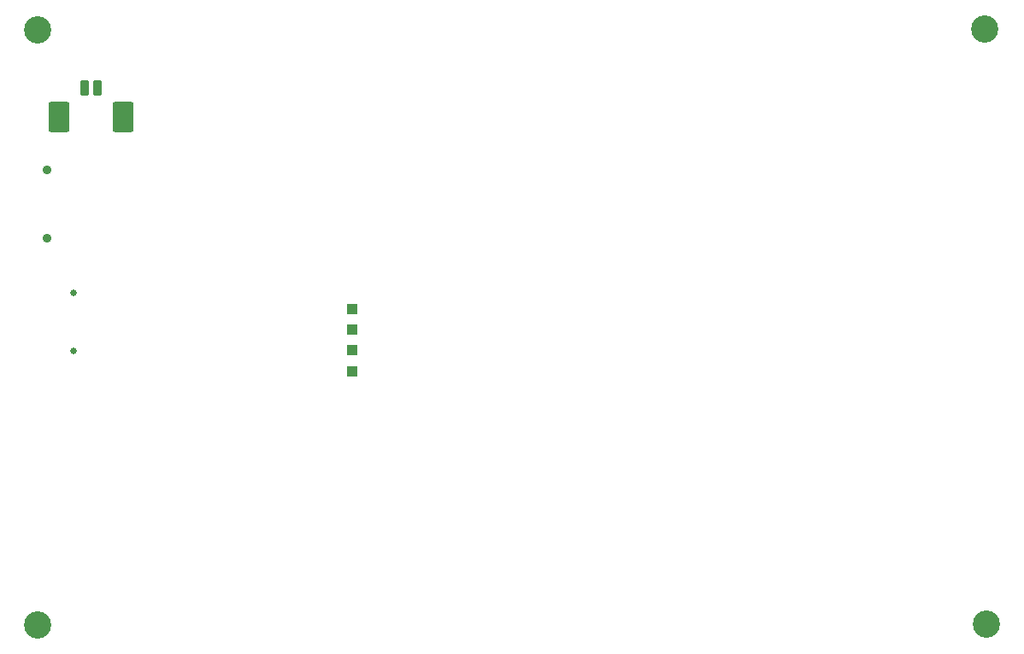
<source format=gbr>
%TF.GenerationSoftware,KiCad,Pcbnew,8.0.2*%
%TF.CreationDate,2024-06-11T14:04:34+02:00*%
%TF.ProjectId,PicoCard,5069636f-4361-4726-942e-6b696361645f,v1.0*%
%TF.SameCoordinates,Original*%
%TF.FileFunction,Soldermask,Bot*%
%TF.FilePolarity,Negative*%
%FSLAX46Y46*%
G04 Gerber Fmt 4.6, Leading zero omitted, Abs format (unit mm)*
G04 Created by KiCad (PCBNEW 8.0.2) date 2024-06-11 14:04:34*
%MOMM*%
%LPD*%
G01*
G04 APERTURE LIST*
G04 Aperture macros list*
%AMRoundRect*
0 Rectangle with rounded corners*
0 $1 Rounding radius*
0 $2 $3 $4 $5 $6 $7 $8 $9 X,Y pos of 4 corners*
0 Add a 4 corners polygon primitive as box body*
4,1,4,$2,$3,$4,$5,$6,$7,$8,$9,$2,$3,0*
0 Add four circle primitives for the rounded corners*
1,1,$1+$1,$2,$3*
1,1,$1+$1,$4,$5*
1,1,$1+$1,$6,$7*
1,1,$1+$1,$8,$9*
0 Add four rect primitives between the rounded corners*
20,1,$1+$1,$2,$3,$4,$5,0*
20,1,$1+$1,$4,$5,$6,$7,0*
20,1,$1+$1,$6,$7,$8,$9,0*
20,1,$1+$1,$8,$9,$2,$3,0*%
G04 Aperture macros list end*
%ADD10C,0.650000*%
%ADD11C,0.900000*%
%ADD12C,2.700000*%
%ADD13RoundRect,0.200000X0.200000X0.600000X-0.200000X0.600000X-0.200000X-0.600000X0.200000X-0.600000X0*%
%ADD14RoundRect,0.250001X0.799999X1.249999X-0.799999X1.249999X-0.799999X-1.249999X0.799999X-1.249999X0*%
%ADD15R,1.000000X1.000000*%
G04 APERTURE END LIST*
D10*
%TO.C,J1*%
X106383602Y-93720000D03*
X106383602Y-99500000D03*
%TD*%
D11*
%TO.C,SW2*%
X103800000Y-81540000D03*
X103800000Y-88340000D03*
%TD*%
D12*
%TO.C,H9*%
X102889999Y-67676836D03*
%TD*%
%TO.C,H7*%
X196700000Y-67620000D03*
%TD*%
%TO.C,H10*%
X102889999Y-126676836D03*
%TD*%
%TO.C,H8*%
X196800000Y-126590000D03*
%TD*%
D13*
%TO.C,J2*%
X108765000Y-73400000D03*
X107515000Y-73400000D03*
D14*
X111315000Y-76300000D03*
X104965000Y-76300000D03*
%TD*%
D15*
%TO.C,J5*%
X133974999Y-97420000D03*
%TD*%
%TO.C,J4*%
X133974999Y-95395000D03*
%TD*%
%TO.C,J6*%
X133999999Y-99470000D03*
%TD*%
%TO.C,J3*%
X133999999Y-101520000D03*
%TD*%
M02*

</source>
